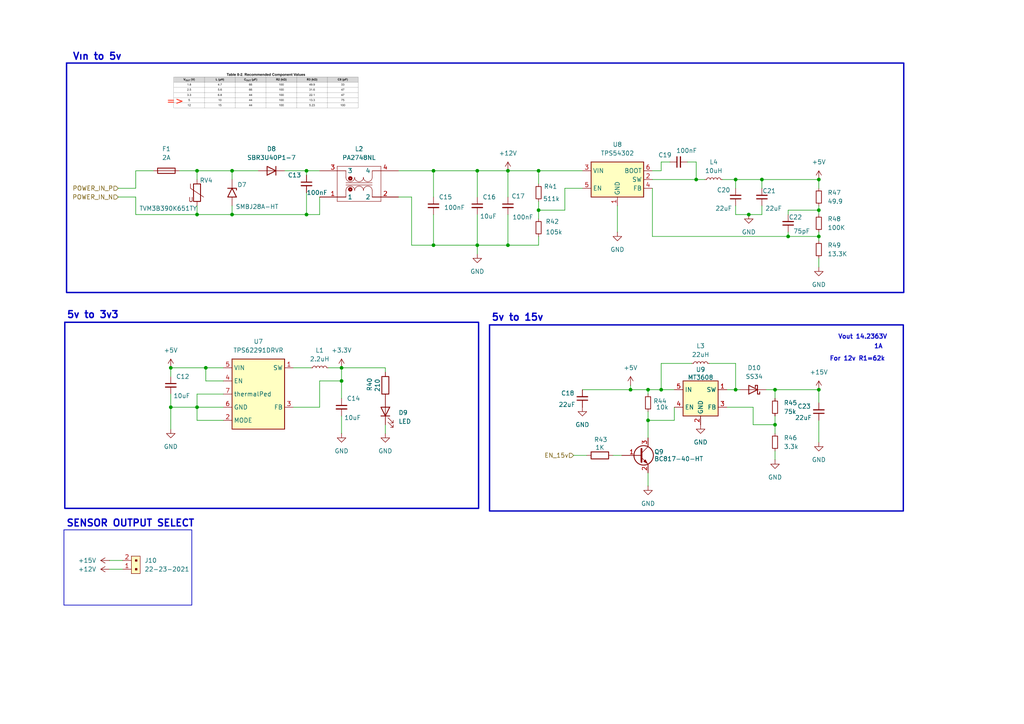
<source format=kicad_sch>
(kicad_sch (version 20250114) (generator "eeschema") (generator_version "9.0")
  (paper "A4")
  (title_block (title "Power 7-28V to 5V and 3.3V") (date "2025-05-20") (company "Mergened") (comment 1 "Designed by Oguzhan ESEN"))
  (lib_symbols
    (symbol "Device:C_Small" (pin_numbers (hide yes)) (pin_names (offset 0.254) (hide yes))
      (property "Reference" "C" (at 0.254 1.778 0))
      (property "Value" "C_Small" (at 0.254 -2.032 0))
      (symbol "C_Small_0_1"
        (polyline (pts (xy -1.524 0.508) (xy 1.524 0.508)) (stroke (width 0.3048)))
        (polyline (pts (xy -1.524 -0.508) (xy 1.524 -0.508)) (stroke (width 0.3302)))
      )
      (symbol "C_Small_1_1"
        (pin passive line (at 0 2.54 270) (length 2.032) (name "~") (number "1"))
        (pin passive line (at 0 -2.54 90) (length 2.032) (name "~") (number "2"))
      )
    )
    (symbol "Device:D" (pin_numbers (hide yes)) (pin_names (offset 1.016) (hide yes))
      (property "Reference" "D" (at 0 2.54 0))
      (property "Value" "D" (at 0 -2.54 0))
      (symbol "D_0_1"
        (polyline (pts (xy -1.27 1.27) (xy -1.27 -1.27)) (stroke (width 0.254)))
        (polyline (pts (xy 1.27 1.27) (xy 1.27 -1.27) (xy -1.27 0) (xy 1.27 1.27)) (stroke (width 0.254)))
        (polyline (pts (xy 1.27 0) (xy -1.27 0)))
      )
      (symbol "D_1_1"
        (pin passive line (at -3.81 0 0) (length 2.54) (name "K") (number "1"))
        (pin passive line (at 3.81 0 180) (length 2.54) (name "A") (number "2"))
      )
    )
    (symbol "Device:Fuse" (pin_numbers (hide yes)) (pin_names (offset 0))
      (property "Reference" "F" (at 2.032 0 90))
      (property "Value" "Fuse" (at -1.905 0 90))
      (symbol "Fuse_0_1"
        (rectangle (start -0.762 -2.54) (end 0.762 2.54) (stroke (width 0.254)))
        (polyline (pts (xy 0 2.54) (xy 0 -2.54)))
      )
      (symbol "Fuse_1_1"
        (pin passive line (at 0 3.81 270) (length 1.27) (name "~") (number "1"))
        (pin passive line (at 0 -3.81 90) (length 1.27) (name "~") (number "2"))
      )
    )
    (symbol "Device:LED" (pin_numbers (hide yes)) (pin_names (offset 1.016) (hide yes))
      (property "Reference" "D" (at 0 2.54 0))
      (property "Value" "LED" (at 0 -2.54 0))
      (symbol "LED_0_1"
        (polyline (pts (xy -3.048 -0.762) (xy -4.572 -2.286) (xy -3.81 -2.286) (xy -4.572 -2.286) (xy -4.572 -1.524)))
        (polyline (pts (xy -1.778 -0.762) (xy -3.302 -2.286) (xy -2.54 -2.286) (xy -3.302 -2.286) (xy -3.302 -1.524)))
        (polyline (pts (xy -1.27 0) (xy 1.27 0)))
        (polyline (pts (xy -1.27 -1.27) (xy -1.27 1.27)) (stroke (width 0.254)))
        (polyline (pts (xy 1.27 -1.27) (xy 1.27 1.27) (xy -1.27 0) (xy 1.27 -1.27)) (stroke (width 0.254)))
      )
      (symbol "LED_1_1"
        (pin passive line (at -3.81 0 0) (length 2.54) (name "K") (number "1"))
        (pin passive line (at 3.81 0 180) (length 2.54) (name "A") (number "2"))
      )
    )
    (symbol "Device:L_Small" (pin_numbers (hide yes)) (pin_names (offset 0.254) (hide yes))
      (property "Reference" "L" (at 0.762 1.016 0))
      (property "Value" "L_Small" (at 0.762 -1.016 0))
      (symbol "L_Small_0_1"
        (arc (start 0 2.032) (mid 0.5058 1.524) (end 0 1.016))
        (arc (start 0 1.016) (mid 0.5058 0.508) (end 0 0))
        (arc (start 0 0) (mid 0.5058 -0.508) (end 0 -1.016))
        (arc (start 0 -1.016) (mid 0.5058 -1.524) (end 0 -2.032))
      )
      (symbol "L_Small_1_1"
        (pin passive line (at 0 2.54 270) (length 0.508) (name "~") (number "1"))
        (pin passive line (at 0 -2.54 90) (length 0.508) (name "~") (number "2"))
      )
    )
    (symbol "Device:R" (pin_numbers (hide yes)) (pin_names (offset 0))
      (property "Reference" "R" (at 2.032 0 90))
      (property "Value" "R" (at 0 0 90))
      (symbol "R_0_1"
        (rectangle (start -1.016 -2.54) (end 1.016 2.54) (stroke (width 0.254)))
      )
      (symbol "R_1_1"
        (pin passive line (at 0 3.81 270) (length 1.27) (name "~") (number "1"))
        (pin passive line (at 0 -3.81 90) (length 1.27) (name "~") (number "2"))
      )
    )
    (symbol "Device:R_Small" (pin_numbers (hide yes)) (pin_names (offset 0.254) (hide yes))
      (property "Reference" "R" (at 0.762 0.508 0))
      (property "Value" "R_Small" (at 0.762 -1.016 0))
      (symbol "R_Small_0_1"
        (rectangle (start -0.762 1.778) (end 0.762 -1.778) (stroke (width 0.2032)))
      )
      (symbol "R_Small_1_1"
        (pin passive line (at 0 2.54 270) (length 0.762) (name "~") (number "1"))
        (pin passive line (at 0 -2.54 90) (length 0.762) (name "~") (number "2"))
      )
    )
    (symbol "Device:Varistor" (pin_numbers (hide yes)) (pin_names (offset 0))
      (property "Reference" "RV" (at 3.175 0 90))
      (property "Value" "Varistor" (at -3.175 0 90))
      (symbol "Varistor_0_0"
        (text "U" (at -1.778 -2.032 0) (effects (font (size 1.27 1.27))))
      )
      (symbol "Varistor_0_1"
        (polyline (pts (xy -1.905 2.54) (xy -1.905 1.27) (xy 1.905 -1.27)))
        (rectangle (start -1.016 -2.54) (end 1.016 2.54) (stroke (width 0.254)))
      )
      (symbol "Varistor_1_1"
        (pin passive line (at 0 3.81 270) (length 1.27) (name "~") (number "1"))
        (pin passive line (at 0 -3.81 90) (length 1.27) (name "~") (number "2"))
      )
    )
    (symbol "Diode:SM6T6V8A" (pin_numbers (hide yes)) (pin_names (offset 1.016) (hide yes))
      (property "Reference" "D" (at 0 2.54 0))
      (property "Value" "SM6T6V8A" (at 0 -2.54 0))
      (symbol "SM6T6V8A_0_1"
        (polyline (pts (xy -0.762 1.27) (xy -1.27 1.27) (xy -1.27 -1.27)) (stroke (width 0.254)))
        (polyline (pts (xy 1.27 1.27) (xy 1.27 -1.27) (xy -1.27 0) (xy 1.27 1.27)) (stroke (width 0.254)))
      )
      (symbol "SM6T6V8A_1_1"
        (pin passive line (at -3.81 0 0) (length 2.54) (name "A1") (number "1"))
        (pin passive line (at 3.81 0 180) (length 2.54) (name "A2") (number "2"))
      )
    )
    (symbol "Diode:SS34" (pin_numbers (hide yes)) (pin_names (offset 1.016) (hide yes))
      (property "Reference" "D10" (at -0.3175 -6.35 0))
      (property "Value" "SS34" (at -0.3175 -3.81 0))
      (symbol "SS34_0_1"
        (polyline (pts (xy -1.905 0.635) (xy -1.905 1.27) (xy -1.27 1.27) (xy -1.27 -1.27) (xy -0.635 -1.27) (xy -0.635 -0.635)) (stroke (width 0.254)))
        (polyline (pts (xy 1.27 1.27) (xy 1.27 -1.27) (xy -1.27 0) (xy 1.27 1.27)) (stroke (width 0.254)))
        (polyline (pts (xy 1.27 0) (xy -1.27 0)))
      )
      (symbol "SS34_1_1"
        (pin passive line (at -3.81 0 0) (length 2.54) (name "K") (number "K"))
        (pin passive line (at 3.81 0 180) (length 2.54) (name "A") (number "A"))
      )
    )
    (symbol "Regulator_Switching:MT3608"
      (property "Reference" "U" (at -2.54 8.89 0))
      (property "Value" "MT3608" (at -3.81 6.35 0))
      (symbol "MT3608_0_1"
        (rectangle (start -5.08 5.08) (end 5.08 -5.08) (stroke (width 0.254)) (fill (type background)))
      )
      (symbol "MT3608_1_1"
        (pin power_in line (at -7.62 2.54 0) (length 2.54) (name "IN") (number "5"))
        (pin input line (at -7.62 -2.54 0) (length 2.54) (name "EN") (number "4"))
        (pin power_in line (at 0 -7.62 90) (length 2.54) (name "GND") (number "2"))
        (pin no_connect line (at 5.08 0 180) (length 2.54) (hide yes) (name "NC") (number "6"))
        (pin passive line (at 7.62 2.54 180) (length 2.54) (name "SW") (number "1"))
        (pin input line (at 7.62 -2.54 180) (length 2.54) (name "FB") (number "3"))
      )
    )
    (symbol "Regulator_Switching:TPS54302"
      (property "Reference" "U" (at -7.62 6.35 0))
      (property "Value" "TPS54302" (at 0 6.35 0))
      (symbol "TPS54302_0_1"
        (rectangle (start -7.62 5.08) (end 7.62 -5.08) (stroke (width 0.254)) (fill (type background)))
      )
      (symbol "TPS54302_1_1"
        (pin power_in line (at -10.16 2.54 0) (length 2.54) (name "VIN") (number "3"))
        (pin input line (at -10.16 -2.54 0) (length 2.54) (name "EN") (number "5"))
        (pin power_in line (at 0 -7.62 90) (length 2.54) (name "GND") (number "1"))
        (pin passive line (at 10.16 2.54 180) (length 2.54) (name "BOOT") (number "6"))
        (pin power_out line (at 10.16 0 180) (length 2.54) (name "SW") (number "2"))
        (pin input line (at 10.16 -2.54 180) (length 2.54) (name "FB") (number "4"))
      )
    )
    (symbol "Transistor_BJT:BC817" (pin_names (offset 0) (hide yes))
      (property "Reference" "Q" (at 5.08 1.905 0))
      (property "Value" "BC817" (at 5.08 0 0))
      (symbol "BC817_0_1"
        (polyline (pts (xy 0.635 1.905) (xy 0.635 -1.905) (xy 0.635 -1.905)) (stroke (width 0.508)))
        (polyline (pts (xy 0.635 0.635) (xy 2.54 2.54)))
        (polyline (pts (xy 0.635 -0.635) (xy 2.54 -2.54) (xy 2.54 -2.54)))
        (circle (center 1.27 0) (radius 2.8194) (stroke (width 0.254)))
        (polyline (pts (xy 1.27 -1.778) (xy 1.778 -1.27) (xy 2.286 -2.286) (xy 1.27 -1.778) (xy 1.27 -1.778)) (fill (type outline)))
      )
      (symbol "BC817_1_1"
        (pin input line (at -5.08 0 0) (length 5.715) (name "B") (number "1"))
        (pin passive line (at 2.54 5.08 270) (length 2.54) (name "C") (number "3"))
        (pin passive line (at 2.54 -5.08 90) (length 2.54) (name "E") (number "2"))
      )
    )
    (symbol "dk_Rectangular-Connectors-Headers-Male-Pins:22-23-2021" (pin_names (offset 1.016))
      (property "Reference" "J" (at -2.54 1.27 0))
      (property "Value" "22-23-2021" (at 1.27 -3.81 0))
      (symbol "22-23-2021_1_1"
        (rectangle (start -1.27 0) (end 3.81 -2.54) (fill (type background)))
        (rectangle (start -0.254 -1.143) (end 0.254 -1.651) (fill (type outline)))
        (rectangle (start 2.286 -1.143) (end 2.794 -1.651) (fill (type outline)))
        (pin passive line (at 0 2.54 270) (length 2.54) (name "~") (number "1"))
        (pin passive line (at 2.54 2.54 270) (length 2.54) (name "~") (number "2"))
      )
    )
    (symbol "mergened_symbols:s"
      (property "Reference" "U4" (at 7.62 25.4 0))
      (property "Value" "TPS62291DRVR" (at 7.62 22.86 0))
      (symbol "s_0_1"
        (rectangle (start 0 20.32) (end 15.24 0) (stroke (width 0.254)) (fill (type background)))
      )
      (symbol "s_1_1"
        (pin input line (at -2.54 17.78 0) (length 2.54) (name "VIN") (number "5"))
        (pin power_in line (at -2.54 13.97 0) (length 2.54) (name "EN") (number "4"))
        (pin output line (at -2.54 10.16 0) (length 2.54) (name "thermalPed") (number "7"))
        (pin output line (at -2.54 6.35 0) (length 2.54) (name "GND") (number "6"))
        (pin input line (at -2.54 2.54 0) (length 2.54) (name "MODE") (number "2"))
        (pin power_in line (at 17.78 17.78 180) (length 2.54) (name "SW") (number "1"))
        (pin input line (at 17.78 6.35 180) (length 2.54) (name "FB") (number "3"))
      )
    )
    (symbol "pa2748nl:PA2748NL"
      (property "Reference" "L2" (at 13.97 1.27 90))
      (property "Value" "~" (at 11.43 1.27 90))
      (symbol "PA2748NL_0_1"
        (polyline (pts (xy 0 7.62) (xy 0 -5.08)) (stroke (width 0.127)))
        (polyline (pts (xy 0 -5.08) (xy 10.16 -5.08)) (stroke (width 0.127)))
        (polyline (pts (xy 1.27 5.08) (xy 3.175 5.08)) (stroke (width 0.127)))
        (polyline (pts (xy 1.27 -2.54) (xy 3.175 -2.54)) (stroke (width 0.127)))
        (arc (start 3.175 5.08) (mid 4.44 3.81) (end 3.175 2.54) (stroke (width 0.127)))
        (arc (start 3.175 2.54) (mid 4.44 1.27) (end 3.175 0) (stroke (width 0.127)))
        (arc (start 3.175 0) (mid 4.44 -1.27) (end 3.175 -2.54) (stroke (width 0.127)))
        (circle (center 3.4925 3.81) (radius 0.127) (stroke (width 0.508)))
        (polyline (pts (xy 4.7625 5.08) (xy 4.7625 -2.54)) (stroke (width 0.127)))
        (polyline (pts (xy 5.3975 -2.54) (xy 5.3975 5.08)) (stroke (width 0.127)))
        (circle (center 6.6675 3.81) (radius 0.127) (stroke (width 0.508)))
        (arc (start 6.985 2.54) (mid 5.72 3.81) (end 6.985 5.08) (stroke (width 0.127)))
        (arc (start 6.985 0) (mid 5.72 1.27) (end 6.985 2.54) (stroke (width 0.127)))
        (arc (start 6.985 -2.54) (mid 5.72 -1.27) (end 6.985 0) (stroke (width 0.127)))
        (polyline (pts (xy 8.89 5.08) (xy 6.985 5.08)) (stroke (width 0.127)))
        (polyline (pts (xy 8.89 -2.54) (xy 6.985 -2.54)) (stroke (width 0.127)))
        (polyline (pts (xy 10.16 7.62) (xy 0 7.62)) (stroke (width 0.127)))
        (polyline (pts (xy 10.16 -5.08) (xy 10.16 7.62)) (stroke (width 0.127)))
        (pin unspecified line (at 1.27 12.7 270) (length 7.62) (name "1") (number "1"))
        (pin unspecified line (at 1.27 -10.16 90) (length 7.62) (name "2") (number "2"))
        (pin unspecified line (at 8.89 12.7 270) (length 7.62) (name "3") (number "3"))
        (pin unspecified line (at 8.89 -10.16 90) (length 7.62) (name "4") (number "4"))
      )
    )
    (symbol "power:+12V" (power) (pin_numbers (hide yes)) (pin_names (offset 0) (hide yes))
      (property "Value" "+12V" (at 0 3.556 0))
      (symbol "+12V_0_1"
        (polyline (pts (xy -0.762 1.27) (xy 0 2.54)))
        (polyline (pts (xy 0 2.54) (xy 0.762 1.27)))
        (polyline (pts (xy 0 0) (xy 0 2.54)))
      )
      (symbol "+12V_1_1"
        (pin power_in line (at 0 0 90) (length 0) (name "~") (number "1"))
      )
    )
    (symbol "power:+15V" (power) (pin_numbers (hide yes)) (pin_names (offset 0) (hide yes))
      (property "Value" "+15V" (at 0 3.556 0))
      (symbol "+15V_0_1"
        (polyline (pts (xy -0.762 1.27) (xy 0 2.54)))
        (polyline (pts (xy 0 2.54) (xy 0.762 1.27)))
        (polyline (pts (xy 0 0) (xy 0 2.54)))
      )
      (symbol "+15V_1_1"
        (pin power_in line (at 0 0 90) (length 0) (name "~") (number "1"))
      )
    )
    (symbol "power:+3.3V" (power) (pin_numbers (hide yes)) (pin_names (offset 0) (hide yes))
      (property "Value" "+3.3V" (at 0 3.556 0))
      (symbol "+3.3V_0_1"
        (polyline (pts (xy -0.762 1.27) (xy 0 2.54)))
        (polyline (pts (xy 0 2.54) (xy 0.762 1.27)))
        (polyline (pts (xy 0 0) (xy 0 2.54)))
      )
      (symbol "+3.3V_1_1"
        (pin power_in line (at 0 0 90) (length 0) (name "~") (number "1"))
      )
    )
    (symbol "power:+5V" (power) (pin_numbers (hide yes)) (pin_names (offset 0) (hide yes))
      (property "Value" "+5V" (at 0 3.556 0))
      (symbol "+5V_0_1"
        (polyline (pts (xy -0.762 1.27) (xy 0 2.54)))
        (polyline (pts (xy 0 2.54) (xy 0.762 1.27)))
        (polyline (pts (xy 0 0) (xy 0 2.54)))
      )
      (symbol "+5V_1_1"
        (pin power_in line (at 0 0 90) (length 0) (name "~") (number "1"))
      )
    )
    (symbol "power:GND" (power) (pin_numbers (hide yes)) (pin_names (offset 0) (hide yes))
      (property "Value" "GND" (at 0 -3.81 0))
      (symbol "GND_0_1"
        (polyline (pts (xy 0 0) (xy 0 -1.27) (xy 1.27 -1.27) (xy 0 -2.54) (xy -1.27 -1.27) (xy 0 -1.27)))
      )
      (symbol "GND_1_1"
        (pin power_in line (at 0 0 270) (length 0) (name "~") (number "1"))
      )
    )
  )
  (rectangle (start 18.542 153.67) (end 55.626 175.514) (stroke (width 0.2)))
  (rectangle (start 18.796 93.472) (end 138.811 147.447) (stroke (width 0.4)))
  (rectangle (start 19.304 18.288) (end 262.128 84.836) (stroke (width 0.4)))
  (rectangle (start 141.986 94.234) (end 262.001 148.209) (stroke (width 0.4)))
  (text "Vın to 5v" (at 28.194 16.51 0) (effects (font (size 2 2) (thickness 0.4) (bold yes))))
  (text "For 12v R1=62k" (at 248.666 104.14 0) (effects (font (size 1.27 1.27) (thickness 0.254) (bold yes))))
  (text "=>" (at 50.8 29.464 0) (effects (font (size 2 2) (thickness 0.25))))
  (text "5v to 3v3" (at 26.924 91.44 0) (effects (font (size 2 2) (thickness 0.4) (bold yes))))
  (text "5v to 15v" (at 150.114 92.202 0) (effects (font (size 2 2) (thickness 0.4) (bold yes))))
  (text "Vout 14.2363V " (at 250.698 97.79 0) (effects (font (size 1.27 1.27) (thickness 0.254) (bold yes))))
  (text "SENSOR OUTPUT SELECT\n" (at 37.846 151.892 0) (effects (font (size 2 2) (thickness 0.4) (bold yes))))
  (text "1A" (at 254.762 100.584 0) (effects (font (size 1.27 1.27) (thickness 0.254) (bold yes))))
  (junction (at 147.32 71.12))
  (junction (at 237.49 52.07))
  (junction (at 187.96 121.92))
  (junction (at 49.53 118.11))
  (junction (at 57.15 118.11))
  (junction (at 191.77 113.03))
  (junction (at 88.9 49.53))
  (junction (at 156.21 49.53))
  (junction (at 213.36 113.03))
  (junction (at 156.21 60.96))
  (junction (at 125.73 71.12))
  (junction (at 237.49 60.96))
  (junction (at 99.06 110.49))
  (junction (at 224.79 113.03))
  (junction (at 201.93 52.07))
  (junction (at 99.06 106.68))
  (junction (at 57.15 62.23))
  (junction (at 147.32 49.53))
  (junction (at 138.43 71.12))
  (junction (at 88.9 62.23))
  (junction (at 67.31 49.53))
  (junction (at 138.43 49.53))
  (junction (at 67.31 62.23))
  (junction (at 59.69 106.68))
  (junction (at 228.6 68.58))
  (junction (at 49.53 106.68))
  (junction (at 237.49 113.03))
  (junction (at 57.15 49.53))
  (junction (at 125.73 49.53))
  (junction (at 217.17 62.23))
  (junction (at 237.49 68.58))
  (junction (at 224.79 123.19))
  (junction (at 182.88 113.03))
  (junction (at 220.98 52.07))
  (junction (at 213.36 52.07))
  (junction (at 187.96 113.03))
  (wire (pts (xy 189.23 52.07) (xy 201.93 52.07)))
  (wire (pts (xy 39.37 49.53) (xy 39.37 54.61)))
  (wire (pts (xy 147.32 49.53) (xy 147.32 57.15)))
  (wire (pts (xy 88.9 55.88) (xy 88.9 62.23)))
  (wire (pts (xy 187.96 127) (xy 187.96 121.92)))
  (wire (pts (xy 191.77 105.41) (xy 191.77 113.03)))
  (wire (pts (xy 187.96 121.92) (xy 187.96 119.38)))
  (wire (pts (xy 85.09 118.11) (xy 92.71 118.11)))
  (wire (pts (xy 187.96 137.16) (xy 187.96 140.97)))
  (wire (pts (xy 59.69 106.68) (xy 64.77 106.68)))
  (wire (pts (xy 92.71 118.11) (xy 92.71 110.49)))
  (wire (pts (xy 115.57 49.53) (xy 125.73 49.53)))
  (wire (pts (xy 191.77 46.99) (xy 194.31 46.99)))
  (wire (pts (xy 49.53 106.68) (xy 59.69 106.68)))
  (wire (pts (xy 213.36 62.23) (xy 217.17 62.23)))
  (wire (pts (xy 57.15 59.69) (xy 57.15 62.23)))
  (wire (pts (xy 237.49 60.96) (xy 228.6 60.96)))
  (wire (pts (xy 138.43 71.12) (xy 138.43 73.66)))
  (wire (pts (xy 67.31 49.53) (xy 74.93 49.53)))
  (wire (pts (xy 57.15 62.23) (xy 67.31 62.23)))
  (wire (pts (xy 209.55 52.07) (xy 213.36 52.07)))
  (wire (pts (xy 237.49 52.07) (xy 237.49 54.61)))
  (wire (pts (xy 218.44 123.19) (xy 224.79 123.19)))
  (wire (pts (xy 92.71 62.23) (xy 88.9 62.23)))
  (wire (pts (xy 111.76 107.95) (xy 111.76 106.68)))
  (wire (pts (xy 213.36 113.03) (xy 214.63 113.03)))
  (wire (pts (xy 99.06 106.68) (xy 95.25 106.68)))
  (wire (pts (xy 187.96 113.03) (xy 182.88 113.03)))
  (wire (pts (xy 228.6 68.58) (xy 237.49 68.58)))
  (wire (pts (xy 228.6 68.58) (xy 189.23 68.58)))
  (wire (pts (xy 67.31 49.53) (xy 67.31 52.07)))
  (wire (pts (xy 125.73 49.53) (xy 125.73 57.15)))
  (wire (pts (xy 189.23 68.58) (xy 189.23 54.61)))
  (wire (pts (xy 228.6 60.96) (xy 228.6 62.23)))
  (wire (pts (xy 57.15 114.3) (xy 57.15 118.11)))
  (wire (pts (xy 237.49 60.96) (xy 237.49 62.23)))
  (wire (pts (xy 85.09 106.68) (xy 90.17 106.68)))
  (wire (pts (xy 57.15 121.92) (xy 57.15 118.11)))
  (wire (pts (xy 156.21 68.58) (xy 156.21 71.12)))
  (wire (pts (xy 177.8 132.08) (xy 180.34 132.08)))
  (wire (pts (xy 147.32 71.12) (xy 156.21 71.12)))
  (wire (pts (xy 187.96 113.03) (xy 191.77 113.03)))
  (wire (pts (xy 195.58 113.03) (xy 191.77 113.03)))
  (wire (pts (xy 125.73 71.12) (xy 138.43 71.12)))
  (wire (pts (xy 92.71 110.49) (xy 99.06 110.49)))
  (wire (pts (xy 34.29 57.15) (xy 39.37 57.15)))
  (wire (pts (xy 201.93 52.07) (xy 204.47 52.07)))
  (wire (pts (xy 224.79 123.19) (xy 224.79 125.73)))
  (wire (pts (xy 88.9 49.53) (xy 92.71 49.53)))
  (wire (pts (xy 213.36 105.41) (xy 213.36 113.03)))
  (wire (pts (xy 147.32 62.23) (xy 147.32 71.12)))
  (wire (pts (xy 115.57 57.15) (xy 119.38 57.15)))
  (wire (pts (xy 156.21 60.96) (xy 156.21 63.5)))
  (wire (pts (xy 237.49 59.69) (xy 237.49 60.96)))
  (wire (pts (xy 166.37 132.08) (xy 170.18 132.08)))
  (wire (pts (xy 138.43 49.53) (xy 138.43 57.15)))
  (wire (pts (xy 163.83 60.96) (xy 163.83 54.61)))
  (wire (pts (xy 237.49 74.93) (xy 237.49 77.47)))
  (wire (pts (xy 237.49 116.84) (xy 237.49 113.03)))
  (wire (pts (xy 64.77 121.92) (xy 57.15 121.92)))
  (wire (pts (xy 44.45 49.53) (xy 39.37 49.53)))
  (wire (pts (xy 99.06 110.49) (xy 99.06 106.68)))
  (wire (pts (xy 119.38 57.15) (xy 119.38 71.12)))
  (wire (pts (xy 218.44 118.11) (xy 218.44 123.19)))
  (wire (pts (xy 213.36 52.07) (xy 220.98 52.07)))
  (wire (pts (xy 99.06 106.68) (xy 111.76 106.68)))
  (wire (pts (xy 163.83 54.61) (xy 168.91 54.61)))
  (wire (pts (xy 213.36 59.69) (xy 213.36 62.23)))
  (wire (pts (xy 49.53 114.3) (xy 49.53 118.11)))
  (wire (pts (xy 237.49 67.31) (xy 237.49 68.58)))
  (wire (pts (xy 88.9 62.23) (xy 67.31 62.23)))
  (wire (pts (xy 52.07 49.53) (xy 57.15 49.53)))
  (wire (pts (xy 179.07 59.69) (xy 179.07 67.31)))
  (wire (pts (xy 156.21 60.96) (xy 163.83 60.96)))
  (wire (pts (xy 168.91 113.03) (xy 182.88 113.03)))
  (wire (pts (xy 224.79 115.57) (xy 224.79 113.03)))
  (wire (pts (xy 228.6 67.31) (xy 228.6 68.58)))
  (wire (pts (xy 191.77 49.53) (xy 191.77 46.99)))
  (wire (pts (xy 82.55 49.53) (xy 88.9 49.53)))
  (wire (pts (xy 125.73 71.12) (xy 125.73 62.23)))
  (wire (pts (xy 195.58 121.92) (xy 195.58 118.11)))
  (wire (pts (xy 187.96 121.92) (xy 195.58 121.92)))
  (wire (pts (xy 64.77 114.3) (xy 57.15 114.3)))
  (wire (pts (xy 57.15 118.11) (xy 49.53 118.11)))
  (wire (pts (xy 199.39 46.99) (xy 201.93 46.99)))
  (wire (pts (xy 213.36 52.07) (xy 213.36 54.61)))
  (wire (pts (xy 138.43 62.23) (xy 138.43 71.12)))
  (wire (pts (xy 220.98 54.61) (xy 220.98 52.07)))
  (wire (pts (xy 156.21 49.53) (xy 168.91 49.53)))
  (wire (pts (xy 138.43 49.53) (xy 147.32 49.53)))
  (wire (pts (xy 125.73 49.53) (xy 138.43 49.53)))
  (wire (pts (xy 34.29 54.61) (xy 39.37 54.61)))
  (wire (pts (xy 39.37 62.23) (xy 57.15 62.23)))
  (wire (pts (xy 64.77 110.49) (xy 59.69 110.49)))
  (wire (pts (xy 224.79 130.81) (xy 224.79 133.35)))
  (wire (pts (xy 57.15 49.53) (xy 67.31 49.53)))
  (wire (pts (xy 49.53 118.11) (xy 49.53 124.46)))
  (wire (pts (xy 138.43 71.12) (xy 147.32 71.12)))
  (wire (pts (xy 49.53 109.22) (xy 49.53 106.68)))
  (wire (pts (xy 31.75 165.1) (xy 35.56 165.1)))
  (wire (pts (xy 39.37 57.15) (xy 39.37 62.23)))
  (wire (pts (xy 220.98 59.69) (xy 220.98 62.23)))
  (wire (pts (xy 201.93 46.99) (xy 201.93 52.07)))
  (wire (pts (xy 210.82 118.11) (xy 218.44 118.11)))
  (wire (pts (xy 224.79 120.65) (xy 224.79 123.19)))
  (wire (pts (xy 147.32 49.53) (xy 156.21 49.53)))
  (wire (pts (xy 189.23 49.53) (xy 191.77 49.53)))
  (wire (pts (xy 31.75 162.56) (xy 35.56 162.56)))
  (wire (pts (xy 57.15 52.07) (xy 57.15 49.53)))
  (wire (pts (xy 156.21 53.34) (xy 156.21 49.53)))
  (wire (pts (xy 88.9 49.53) (xy 88.9 50.8)))
  (wire (pts (xy 200.66 105.41) (xy 191.77 105.41)))
  (wire (pts (xy 182.88 113.03) (xy 182.88 111.76)))
  (wire (pts (xy 237.49 121.92) (xy 237.49 128.27)))
  (wire (pts (xy 99.06 110.49) (xy 99.06 115.57)))
  (wire (pts (xy 222.25 113.03) (xy 224.79 113.03)))
  (wire (pts (xy 67.31 59.69) (xy 67.31 62.23)))
  (wire (pts (xy 220.98 52.07) (xy 237.49 52.07)))
  (wire (pts (xy 64.77 118.11) (xy 57.15 118.11)))
  (wire (pts (xy 111.76 123.19) (xy 111.76 125.73)))
  (wire (pts (xy 119.38 71.12) (xy 125.73 71.12)))
  (wire (pts (xy 237.49 68.58) (xy 237.49 69.85)))
  (wire (pts (xy 156.21 58.42) (xy 156.21 60.96)))
  (wire (pts (xy 59.69 110.49) (xy 59.69 106.68)))
  (wire (pts (xy 213.36 113.03) (xy 210.82 113.03)))
  (wire (pts (xy 99.06 120.65) (xy 99.06 125.73)))
  (wire (pts (xy 187.96 114.3) (xy 187.96 113.03)))
  (wire (pts (xy 217.17 62.23) (xy 220.98 62.23)))
  (wire (pts (xy 205.74 105.41) (xy 213.36 105.41)))
  (wire (pts (xy 92.71 62.23) (xy 92.71 57.15)))
  (wire (pts (xy 224.79 113.03) (xy 237.49 113.03)))
  (image (at 77.724 27.94) (scale 0.301398))
  (hierarchical_label "POWER_IN_N" (shape input) (at 34.29 57.15 180))
  (hierarchical_label "POWER_IN_P" (shape input) (at 34.29 54.61 180))
  (hierarchical_label "EN_15v" (shape input) (at 166.37 132.08 180))
  (symbol (lib_id "power:+5V") (at 49.53 106.68 0) (unit 1)
    (property "Reference" "#PWR066" (effects (hide yes)))
    (property "Value" "+5V" (at 49.53 101.6 0))
    (property "Description" "Power symbol creates a global label with name \"+5V\"" (effects (hide yes)))
  )
  (symbol (lib_id "Device:R_Small") (at 237.49 64.77 0) (unit 1)
    (property "Reference" "R48" (at 240.03 63.4999 0) (effects (justify left)))
    (property "Value" "100K" (at 240.03 66.0399 0) (effects (justify left)))
    (property "Footprint" "Resistor_SMD:R_0603_1608Metric_Pad0.98x0.95mm_HandSolder" (effects (hide yes)))
    (property "Description" "Resistor, small symbol" (effects (hide yes)))
    (property "OZDISAN" "RC0603JR-07100KL" (effects (hide yes)))
  )
  (symbol (lib_id "power:GND") (at 224.79 133.35 0) (unit 1)
    (property "Reference" "#PWR079" (effects (hide yes)))
    (property "Value" "GND" (at 224.79 138.43 0))
    (property "Description" "Power symbol creates a global label with name \"GND\" , ground" (effects (hide yes)))
  )
  (symbol (lib_id "power:+5V") (at 182.88 111.76 0) (unit 1)
    (property "Reference" "#PWR075" (effects (hide yes)))
    (property "Value" "+5V" (at 182.88 106.68 0))
    (property "Description" "Power symbol creates a global label with name \"+5V\"" (effects (hide yes)))
  )
  (symbol (lib_id "Device:D") (at 78.74 49.53 180) (unit 1)
    (property "Reference" "D8" (at 78.74 43.18 0))
    (property "Value" "SBR3U40P1-7" (at 78.74 45.72 0))
    (property "Footprint" "Diode_SMD:D_PowerDI-123" (effects (hide yes)))
    (property "Datasheet" "https://cdn.ozdisan.com/ETicaret_Dosya/1050102_171441278..pdf" (effects (hide yes)))
    (property "Description" "DIODE SBR 40V 3A POWERDI123" (effects (hide yes)))
    (property "Sim.Device" "D" (effects (hide yes)))
    (property "Sim.Pins" "1=K 2=A" (effects (hide yes)))
    (property "OZDISAN" "SBR3U40P1-7" (effects (hide yes)))
  )
  (symbol (lib_id "Device:C_Small") (at 220.98 57.15 180) (unit 1)
    (property "Reference" "C21" (at 225.044 55.372 0) (effects (justify left)))
    (property "Value" "22uF" (at 226.822 60.452 0) (effects (justify left)))
    (property "Footprint" "Capacitor_SMD:C_0603_1608Metric_Pad1.08x0.95mm_HandSolder" (effects (hide yes)))
    (property "Description" "Unpolarized capacitor, small symbol" (effects (hide yes)))
    (property "OZDISAN" "GRM188C61E226ME01J  " (effects (hide yes)))
  )
  (symbol (lib_id "power:GND") (at 111.76 125.73 0) (unit 1)
    (property "Reference" "#PWR070" (effects (hide yes)))
    (property "Value" "GND" (at 111.76 130.81 0))
    (property "Description" "Power symbol creates a global label with name \"GND\" , ground" (effects (hide yes)))
  )
  (symbol (lib_id "Regulator_Switching:MT3608") (at 203.2 115.57 0) (unit 1)
    (property "Reference" "U9" (at 203.2 107.188 0))
    (property "Value" "MT3608" (at 203.2 109.474 0))
    (property "Footprint" "Package_TO_SOT_SMD:SOT-23-6" (effects (hide yes)))
    (property "Datasheet" "https://www.olimex.com/Products/Breadboarding/BB-PWR-3608/resources/MT3608.pdf" (effects (hide yes)))
    (property "Description" "High Efficiency 1.2MHz 2A Step Up Converter, 2-24V Vin, 28V Vout, 4A current limit, 1.2MHz, SOT23-6" (effects (hide yes)))
    (property "OZDISAN" "https://www.direnc.net/mt3608-2a-max-dc-dc-step-up-power-module-arduino?language=tr&h=60f3a44c&srsltid=AfmBOooi7svYC5I64lz6idK_Gryp_10VGOnjEjP1H65Ic6x2ogygzC04OkQ" (effects (hide yes)))
  )
  (symbol (lib_id "Device:C_Small") (at 228.6 64.77 180) (unit 1)
    (property "Reference" "C22" (at 232.664 62.992 0) (effects (justify left)))
    (property "Value" "75pF" (at 234.95 67.056 0) (effects (justify left)))
    (property "Footprint" "Capacitor_SMD:C_0603_1608Metric_Pad1.08x0.95mm_HandSolder" (effects (hide yes)))
    (property "Description" "Unpolarized capacitor, small symbol" (effects (hide yes)))
    (property "OZDISAN" "CL10C680JB8NNNC" (effects (hide yes)))
  )
  (symbol (lib_id "power:+12V") (at 31.75 165.1 90) (unit 1)
    (property "Reference" "#PWR065" (effects (hide yes)))
    (property "Value" "+12V" (at 27.94 165.0999 90) (effects (justify left)))
    (property "Description" "Power symbol creates a global label with name \"+12V\"" (effects (hide yes)))
  )
  (symbol (lib_id "power:GND") (at 217.17 62.23 0) (unit 1)
    (property "Reference" "#PWR078" (effects (hide yes)))
    (property "Value" "GND" (at 217.17 67.31 0))
    (property "Description" "Power symbol creates a global label with name \"GND\" , ground" (effects (hide yes)))
  )
  (symbol (lib_id "Device:R_Small") (at 187.96 116.84 0) (unit 1)
    (property "Reference" "R44" (at 189.484 116.332 0) (effects (justify left)))
    (property "Value" "10k" (at 190.246 118.11 0) (effects (justify left)))
    (property "Footprint" "Resistor_SMD:R_0603_1608Metric_Pad0.98x0.95mm_HandSolder" (effects (hide yes)))
    (property "Description" "RES.(1608) 0603 10K Ohms 5% 1/10W-S 100PPM" (effects (hide yes)))
    (property "OZDISAN" "0603SAJ0103TDE" (effects (hide yes)))
  )
  (symbol (lib_id "power:+15V") (at 237.49 113.03 0) (unit 1)
    (property "Reference" "#PWR082" (effects (hide yes)))
    (property "Value" "+15V" (at 237.49 107.95 0))
    (property "Description" "Power symbol creates a global label with name \"+15V\"" (effects (hide yes)))
  )
  (symbol (lib_id "Device:R_Small") (at 237.49 57.15 0) (unit 1)
    (property "Reference" "R47" (at 240.03 55.8799 0) (effects (justify left)))
    (property "Value" "49.9" (at 240.03 58.4199 0) (effects (justify left)))
    (property "Footprint" "Resistor_SMD:R_0603_1608Metric_Pad0.98x0.95mm_HandSolder" (effects (hide yes)))
    (property "Description" "Resistor, small symbol" (effects (hide yes)))
    (property "OZDISAN" "0603SAF499JT5E" (effects (hide yes)))
  )
  (symbol (lib_id "Device:R_Small") (at 224.79 118.11 0) (unit 1)
    (property "Reference" "R45" (at 227.33 116.8399 0) (effects (justify left)))
    (property "Value" "75k" (at 227.33 119.3799 0) (effects (justify left)))
    (property "Footprint" "Resistor_SMD:R_0603_1608Metric_Pad0.98x0.95mm_HandSolder" (effects (hide yes)))
    (property "Description" "RES.(1608) 0603 75K Ohms 1% 1/10W-S 100PPM" (effects (hide yes)))
    (property "OZDISAN" "0603SAF7502T5E" (effects (hide yes)))
  )
  (symbol (lib_id "Device:L_Small") (at 203.2 105.41 90) (unit 1)
    (property "Reference" "L3" (at 203.2 100.33 90))
    (property "Value" "22uH" (at 203.2 102.87 90))
    (property "Footprint" "Inductor_SMD:L_12x12mm_H6mm" (effects (hide yes)))
    (property "Description" "Inductor, small symbol" (effects (hide yes)))
    (property "OZDISAN" "SRI1204-220M  " (effects (hide yes)))
  )
  (symbol (lib_id "power:+5V") (at 237.49 52.07 0) (unit 1)
    (property "Reference" "#PWR080" (effects (hide yes)))
    (property "Value" "+5V" (at 237.49 46.99 0))
    (property "Description" "Power symbol creates a global label with name \"+5V\"" (effects (hide yes)))
  )
  (symbol (lib_id "Diode:SM6T6V8A") (at 67.31 55.88 270) (unit 1)
    (property "Reference" "D7" (at 68.834 53.594 90) (effects (justify left)))
    (property "Value" "SMBJ28A-HT" (at 68.326 59.944 90) (effects (justify left)))
    (property "Footprint" "Diode_SMD:D_SMB_Handsoldering" (effects (hide yes)))
    (property "Datasheet" "https://cdn.ozdisan.com/ETicaret_Dosya/466384_3420054.pdf" (effects (hide yes)))
    (property "Description" "DIODE TVS 600W 28V DO214AA SMB" (effects (hide yes)))
    (property "OZDISAN" "SMBJ28A-HT" (effects (hide yes)))
  )
  (symbol (lib_id "Device:C_Small") (at 196.85 46.99 90) (unit 1)
    (property "Reference" "C19" (at 194.818 44.958 90) (effects (justify left)))
    (property "Value" "100nF" (at 202.184 43.688 90) (effects (justify left)))
    (property "Footprint" "Capacitor_SMD:C_0603_1608Metric_Pad1.08x0.95mm_HandSolder" (effects (hide yes)))
    (property "Description" "Unpolarized capacitor, small symbol" (effects (hide yes)))
    (property "OZDISAN" "CC0603KRX7R9BB104" (effects (hide yes)))
  )
  (symbol (lib_id "power:GND") (at 138.43 73.66 0) (unit 1)
    (property "Reference" "#PWR071" (effects (hide yes)))
    (property "Value" "GND" (at 138.43 78.74 0))
    (property "Description" "Power symbol creates a global label with name \"GND\" , ground" (effects (hide yes)))
  )
  (symbol (lib_id "Diode:SS34") (at 218.44 113.03 180) (unit 1)
    (property "Reference" "D10" (at 218.7575 106.68 0))
    (property "Value" "SS34" (at 218.7575 109.22 0))
    (property "Footprint" "digikey-footprints:DO-214AB" (effects (hide yes)))
    (property "Datasheet" "https://www.vishay.com/docs/88751/ss32.pdf" (effects (hide yes)))
    (property "Description" "DIODE SCHOTTKY 3A 40V DO214AB (SMC) SMT" (effects (hide yes)))
    (property "OZDISAN" "SS34-DO214AB-HT" (effects (hide yes)))
  )
  (symbol (lib_id "Device:C_Small") (at 138.43 59.69 0) (unit 1)
    (property "Reference" "C16" (at 139.954 57.15 0) (effects (justify left)))
    (property "Value" "10uF" (at 139.192 62.738 0) (effects (justify left)))
    (property "Footprint" "LED_SMD:LED_0805_2012Metric_Pad1.15x1.40mm_HandSolder" (effects (hide yes)))
    (property "Description" "MLCC (2012) 0805 10uF 35VDC ±10% X6S" (effects (hide yes)))
    (property "OZDISAN" "GRM21BC8YA106KE11L" (effects (hide yes)))
  )
  (symbol (lib_id "power:+15V") (at 31.75 162.56 90) (unit 1)
    (property "Reference" "#PWR064" (effects (hide yes)))
    (property "Value" "+15V" (at 27.94 162.5599 90) (effects (justify left)))
    (property "Description" "Power symbol creates a global label with name \"+15V\"" (effects (hide yes)))
  )
  (symbol (lib_id "Regulator_Switching:TPS54302") (at 179.07 52.07 0) (unit 1)
    (property "Reference" "U8" (at 179.07 41.91 0))
    (property "Value" "TPS54302" (at 179.07 44.45 0))
    (property "Footprint" "Package_TO_SOT_SMD:SOT-23-6" (effects (hide yes)))
    (property "Datasheet" "http://www.ti.com/lit/ds/symlink/tps54302.pdf" (effects (hide yes)))
    (property "Description" "3A, 4.5 to 28V Input, EMI Friendly integrated switch synchronous step-down regulator, pulse-skipping, SOT-23-6" (effects (hide yes)))
    (property "OZDISAN" "TPS54302DDCR" (effects (hide yes)))
  )
  (symbol (lib_id "power:GND") (at 237.49 77.47 0) (unit 1)
    (property "Reference" "#PWR081" (effects (hide yes)))
    (property "Value" "GND" (at 237.49 82.55 0))
    (property "Description" "Power symbol creates a global label with name \"GND\" , ground" (effects (hide yes)))
  )
  (symbol (lib_id "Device:R_Small") (at 156.21 66.04 0) (unit 1)
    (property "Reference" "R42" (at 158.242 64.262 0) (effects (justify left)))
    (property "Value" "105k" (at 158.242 67.31 0) (effects (justify left)))
    (property "Footprint" "Resistor_SMD:R_0603_1608Metric_Pad0.98x0.95mm_HandSolder" (effects (hide yes)))
    (property "Description" "Resistor, small symbol" (effects (hide yes)))
    (property "OZDISAN" "0603SAF1053T5E" (effects (hide yes)))
  )
  (symbol (lib_id "power:GND") (at 49.53 124.46 0) (unit 1)
    (property "Reference" "#PWR067" (effects (hide yes)))
    (property "Value" "GND" (at 49.53 129.54 0))
    (property "Description" "Power symbol creates a global label with name \"GND\" , ground" (effects (hide yes)))
  )
  (symbol (lib_id "power:GND") (at 99.06 125.73 0) (unit 1)
    (property "Reference" "#PWR069" (effects (hide yes)))
    (property "Value" "GND" (at 99.06 130.81 0))
    (property "Description" "Power symbol creates a global label with name \"GND\" , ground" (effects (hide yes)))
  )
  (symbol (lib_id "Device:L_Small") (at 207.01 52.07 90) (unit 1)
    (property "Reference" "L4" (at 207.01 46.99 90))
    (property "Value" "10uH" (at 207.01 49.53 90))
    (property "Footprint" "footprints:INDC6060X300" (effects (hide yes)))
    (property "Description" "Inductor, small symbol" (effects (hide yes)))
    (property "OZDISAN" " SRI0704-100M" (effects (hide yes)))
  )
  (symbol (lib_id "power:GND") (at 187.96 140.97 0) (unit 1)
    (property "Reference" "#PWR076" (effects (hide yes)))
    (property "Value" "GND" (at 187.96 146.05 0))
    (property "Description" "Power symbol creates a global label with name \"GND\" , ground" (effects (hide yes)))
  )
  (symbol (lib_id "Device:Fuse") (at 48.26 49.53 270) (mirror x) (unit 1)
    (property "Reference" "F1" (at 48.26 43.18 90))
    (property "Value" "2A" (at 48.26 45.72 90))
    (property "Footprint" "Fuse:Fuse_0603_1608Metric_Pad1.05x0.95mm_HandSolder" (effects (hide yes)))
    (property "Description" "FUSE BOARD MOUNT 0603 2A 63VDC" (effects (hide yes)))
    (property "OZDISAN" " 3412.0119.22" (effects (hide yes)))
  )
  (symbol (lib_id "Device:LED") (at 111.76 119.38 90) (unit 1)
    (property "Reference" "D9" (at 115.57 119.6974 90) (effects (justify right)))
    (property "Value" "LED" (at 115.57 122.2374 90) (effects (justify right)))
    (property "Footprint" "LED_SMD:LED_0603_1608Metric_Pad1.05x0.95mm_HandSolder" (effects (hide yes)))
    (property "Description" "Light emitting diode" (effects (hide yes)))
    (property "OZDISAN" "HSMQ-C191" (effects (hide yes)))
  )
  (symbol (lib_id "pa2748nl:PA2748NL") (at 105.41 58.42 90) (unit 1)
    (property "Reference" "L2" (at 104.14 43.18 90))
    (property "Value" "PA2748NL" (at 104.14 45.72 90))
    (property "Footprint" "footprints:pa2748" (effects (hide yes)))
    (property "Description" "CHOKE COMMON MODE 1125UH 1.8A SMD" (effects (hide yes)))
    (property "OZDISAN" "PA2748NL" (effects (hide yes)))
  )
  (symbol (lib_id "mergened_symbols:s") (at 67.31 124.46 0) (unit 1)
    (property "Reference" "U7" (at 74.93 99.06 0))
    (property "Value" "TPS62291DRVR" (at 74.93 101.6 0))
    (property "Footprint" "footprints:WSON6 (2x2)" (effects (hide yes)))
    (property "Description" "IC-62291 REG BUCK 3.3V 1A 6SON" (effects (hide yes)))
    (property "OZDISAN" "TPS62291DRVR" (effects (hide yes)))
  )
  (symbol (lib_id "Transistor_BJT:BC817") (at 185.42 132.08 0) (unit 1)
    (property "Reference" "Q9" (at 189.738 131.064 0) (effects (justify left)))
    (property "Value" "BC817-40-HT" (at 189.738 133.096 0) (effects (justify left)))
    (property "Footprint" "Package_TO_SOT_SMD:SOT-23" (effects (hide yes)))
    (property "Datasheet" "https://www.ozdisan.com/api/pdf/product/assets/BC817_BC817W_BC337.pdf" (effects (hide yes)))
    (property "Description" "TRANSISTOR DIS.500mA 45V NPN SOT23 GEN. SMT" (effects (hide yes)))
    (property "OZDISAN" "BC817-40-HT" (effects (hide yes)))
  )
  (symbol (lib_id "Device:C_Small") (at 99.06 118.11 0) (unit 1)
    (property "Reference" "C14" (at 100.584 115.57 0) (effects (justify left)))
    (property "Value" "10uF" (at 99.822 121.158 0) (effects (justify left)))
    (property "Footprint" "Capacitor_SMD:C_0603_1608Metric_Pad1.08x0.95mm_HandSolder" (effects (hide yes)))
    (property "Description" "Unpolarized capacitor, small symbol" (effects (hide yes)))
    (property "OZDISAN" "CL10A106KQ8NNNC" (effects (hide yes)))
  )
  (symbol (lib_id "power:+3.3V") (at 99.06 106.68 0) (unit 1)
    (property "Reference" "#PWR068" (effects (hide yes)))
    (property "Value" "+3.3V" (at 99.06 101.6 0))
    (property "Description" "Power symbol creates a global label with name \"+3.3V\"" (effects (hide yes)))
  )
  (symbol (lib_id "Device:R_Small") (at 237.49 72.39 0) (unit 1)
    (property "Reference" "R49" (at 240.03 71.1199 0) (effects (justify left)))
    (property "Value" "13.3K" (at 240.03 73.6599 0) (effects (justify left)))
    (property "Footprint" "Resistor_SMD:R_0603_1608Metric_Pad0.98x0.95mm_HandSolder" (effects (hide yes)))
    (property "Description" "Resistor, small symbol" (effects (hide yes)))
    (property "DIGIKEY" "0603SAF1332T5E" (effects (hide yes)))
    (property "OZDISAN" "0603SAF1332T5E" (effects (hide yes)))
  )
  (symbol (lib_id "power:+12V") (at 147.32 49.53 0) (unit 1)
    (property "Reference" "#PWR072" (effects (hide yes)))
    (property "Value" "+12V" (at 147.32 44.45 0))
    (property "Description" "Power symbol creates a global label with name \"+12V\"" (effects (hide yes)))
  )
  (symbol (lib_id "Device:C_Small") (at 213.36 57.15 180) (unit 1)
    (property "Reference" "C20" (at 211.836 55.118 0) (effects (justify left)))
    (property "Value" "22uF" (at 212.344 60.452 0) (effects (justify left)))
    (property "Footprint" "Capacitor_SMD:C_0603_1608Metric_Pad1.08x0.95mm_HandSolder" (effects (hide yes)))
    (property "Description" "Unpolarized capacitor, small symbol" (effects (hide yes)))
    (property "OZDISAN" "GRM188C61E226ME01J  " (effects (hide yes)))
  )
  (symbol (lib_id "Device:C_Small") (at 147.32 59.69 0) (unit 1)
    (property "Reference" "C17" (at 148.336 56.896 0) (effects (justify left)))
    (property "Value" "100nF" (at 148.59 62.992 0) (effects (justify left)))
    (property "Footprint" "Capacitor_SMD:C_0603_1608Metric_Pad1.08x0.95mm_HandSolder" (effects (hide yes)))
    (property "Description" "Unpolarized capacitor, small symbol" (effects (hide yes)))
    (property "OZDISAN" "CC0603KRX7R9BB104" (effects (hide yes)))
  )
  (symbol (lib_id "power:GND") (at 237.49 128.27 0) (unit 1)
    (property "Reference" "#PWR083" (effects (hide yes)))
    (property "Value" "GND" (at 237.49 133.35 0))
    (property "Description" "Power symbol creates a global label with name \"GND\" , ground" (effects (hide yes)))
  )
  (symbol (lib_id "Device:R_Small") (at 156.21 55.88 0) (unit 1)
    (property "Reference" "R41" (at 157.734 54.102 0) (effects (justify left)))
    (property "Value" "511k" (at 157.48 57.658 0) (effects (justify left)))
    (property "Footprint" "Resistor_SMD:R_0603_1608Metric_Pad0.98x0.95mm_HandSolder" (effects (hide yes)))
    (property "Description" "Resistor, small symbol" (effects (hide yes)))
    (property "OZDISAN" "0603SAF5113T5E" (effects (hide yes)))
  )
  (symbol (lib_id "dk_Rectangular-Connectors-Headers-Male-Pins:22-23-2021") (at 38.1 165.1 90) (unit 1)
    (property "Reference" "J10" (at 41.91 162.5599 90) (effects (justify right)))
    (property "Value" "22-23-2021" (at 41.91 165.0999 90) (effects (justify right)))
    (property "Footprint" "digikey-footprints:PinHeader_1x2_P2.54mm_Drill1.02mm" (effects (hide yes)))
    (property "Datasheet" "https://media.digikey.com/pdf/Data%20Sheets/Molex%20PDFs/A-6373-N_Series_Dwg_2010-12-03.pdf" (effects (hide yes)))
    (property "Description" "CONN HEADER VERT 2POS 2.54MM" (effects (hide yes)))
    (property "Digi-Key_PN" "WM4200-ND" (effects (hide yes)))
    (property "MPN" "22-23-2021" (effects (hide yes)))
    (property "Category" "Connectors, Interconnects" (effects (hide yes)))
    (property "Family" "Rectangular Connectors - Headers, Male Pins" (effects (hide yes)))
    (property "DK_Datasheet_Link" "https://media.digikey.com/pdf/Data%20Sheets/Molex%20PDFs/A-6373-N_Series_Dwg_2010-12-03.pdf" (effects (hide yes)))
    (property "DK_Detail_Page" "/product-detail/en/molex/22-23-2021/WM4200-ND/26667" (effects (hide yes)))
    (property "Description_1" "CONN HEADER VERT 2POS 2.54MM" (effects (hide yes)))
    (property "Manufacturer" "Molex" (effects (hide yes)))
    (property "Status" "Active" (effects (hide yes)))
  )
  (symbol (lib_id "Device:R") (at 111.76 111.76 180) (unit 1)
    (property "Reference" "R40" (at 107.188 111.506 90))
    (property "Value" "210" (at 109.474 111.76 90))
    (property "Footprint" "Resistor_SMD:R_0603_1608Metric_Pad0.98x0.95mm_HandSolder" (effects (hide yes)))
    (property "Description" "Resistor" (effects (hide yes)))
    (property "OZDISAN" "0603SAF2100T5E" (effects (hide yes)))
  )
  (symbol (lib_id "Device:R") (at 173.99 132.08 90) (unit 1)
    (property "Reference" "R43" (at 174.244 127.508 90))
    (property "Value" "1K" (at 173.99 129.794 90))
    (property "Footprint" "Resistor_SMD:R_0603_1608Metric_Pad0.98x0.95mm_HandSolder" (effects (hide yes)))
    (property "Description" "Resistor" (effects (hide yes)))
    (property "DigiKey" "  311-210HRTR-ND" (effects (hide yes)))
    (property "OZDISAN" "CRT03F7E1001" (effects (hide yes)))
  )
  (symbol (lib_id "Device:R_Small") (at 224.79 128.27 0) (unit 1)
    (property "Reference" "R46" (at 227.33 126.9999 0) (effects (justify left)))
    (property "Value" "3.3k" (at 227.33 129.5399 0) (effects (justify left)))
    (property "Footprint" "Resistor_SMD:R_0603_1608Metric_Pad0.98x0.95mm_HandSolder" (effects (hide yes)))
    (property "Description" "RES.(1608) 0603 3.3K Ohms 5% 1/10W-S 100PPM" (effects (hide yes)))
    (property "OZDISAN" "0603SAJ0332T5E" (effects (hide yes)))
  )
  (symbol (lib_id "power:GND") (at 203.2 123.19 0) (unit 1)
    (property "Reference" "#PWR077" (effects (hide yes)))
    (property "Value" "GND" (at 203.2 128.27 0))
    (property "Description" "Power symbol creates a global label with name \"GND\" , ground" (effects (hide yes)))
  )
  (symbol (lib_id "Device:C_Small") (at 125.73 59.69 0) (unit 1)
    (property "Reference" "C15" (at 127.254 57.15 0) (effects (justify left)))
    (property "Value" "100nF" (at 128.778 60.198 0) (effects (justify left)))
    (property "Footprint" "Capacitor_SMD:C_0603_1608Metric_Pad1.08x0.95mm_HandSolder" (effects (hide yes)))
    (property "Description" "MLCC (3216) 1206 100nF 50VDC ±10% X7R" (effects (hide yes)))
    (property "OZDISAN" "CC0603KRX7R9BB104" (effects (hide yes)))
  )
  (symbol (lib_id "Device:Varistor") (at 57.15 55.88 0) (unit 1)
    (property "Reference" "RV4" (at 57.912 52.324 0) (effects (justify left)))
    (property "Value" "TVM3B390K651TY" (at 40.386 60.452 0) (effects (justify left)))
    (property "Footprint" "Resistor_SMD:R_1206_3216Metric_Pad1.30x1.75mm_HandSolder" (effects (hide yes)))
    (property "Description" "Voltage dependent resistor" (effects (hide yes)))
    (property "Sim.Name" "kicad_builtin_varistor" (effects (hide yes)))
    (property "Sim.Device" "SUBCKT" (effects (hide yes)))
    (property "Sim.Pins" "1=A 2=B" (effects (hide yes)))
    (property "Sim.Params" "threshold=1k" (effects (hide yes)))
    (property "Sim.Library" "${KICAD7_SYMBOL_DIR}/Simulation_SPICE.sp" (effects (hide yes)))
    (property "OZDISAN" "TVM3B390K651TY" (effects (hide yes)))
  )
  (symbol (lib_id "power:GND") (at 168.91 118.11 0) (unit 1)
    (property "Reference" "#PWR073" (effects (hide yes)))
    (property "Value" "GND" (at 168.91 123.19 0))
    (property "Description" "Power symbol creates a global label with name \"GND\" , ground" (effects (hide yes)))
  )
  (symbol (lib_id "Device:C_Small") (at 49.53 111.76 0) (unit 1)
    (property "Reference" "C12" (at 51.054 109.22 0) (effects (justify left)))
    (property "Value" "10uF" (at 50.292 114.808 0) (effects (justify left)))
    (property "Footprint" "Capacitor_SMD:C_0603_1608Metric" (effects (hide yes)))
    (property "Description" "Unpolarized capacitor, small symbol" (effects (hide yes)))
    (property "OZDISAN" "CL10A106KQ8NNNC" (effects (hide yes)))
  )
  (symbol (lib_id "Device:L_Small") (at 92.71 106.68 90) (unit 1)
    (property "Reference" "L1" (at 92.71 101.6 90))
    (property "Value" "2.2uH" (at 92.71 104.14 90))
    (property "Footprint" "Inductor_SMD:L_Murata_DFE201610P" (effects (hide yes)))
    (property "Description" "Inductor, small symbol" (effects (hide yes)))
    (property "OZDISAN" "LQM2MPN2R2NG0L" (effects (hide yes)))
  )
  (symbol (lib_id "power:GND") (at 179.07 67.31 0) (unit 1)
    (property "Reference" "#PWR074" (effects (hide yes)))
    (property "Value" "GND" (at 179.07 72.39 0))
    (property "Description" "Power symbol creates a global label with name \"GND\" , ground" (effects (hide yes)))
  )
  (symbol (lib_id "Device:C_Small") (at 88.9 53.34 0) (mirror y) (unit 1)
    (property "Reference" "C13" (at 87.376 50.8 0) (effects (justify left)))
    (property "Value" "100nF" (at 94.996 55.88 0) (effects (justify left)))
    (property "Footprint" "Capacitor_SMD:C_0603_1608Metric_Pad1.08x0.95mm_HandSolder" (effects (hide yes)))
    (property "Description" "MLCC (3216) 1206 100nF 50VDC ±10% X7R" (effects (hide yes)))
    (property "OZDISAN" "CC0603KRX7R9BB104" (effects (hide yes)))
  )
  (symbol (lib_id "Device:C_Small") (at 168.91 115.57 180) (unit 1)
    (property "Reference" "C18" (at 166.624 114.046 0) (effects (justify left)))
    (property "Value" "22uF" (at 166.878 117.348 0) (effects (justify left)))
    (property "Footprint" "Capacitor_SMD:C_1206_3216Metric_Pad1.33x1.80mm_HandSolder" (effects (hide yes)))
    (property "Description" "MLCC (3216) 1206 22uF 25VDC ±10% X5R" (effects (hide yes)))
    (property "OZDISAN" " CL31A226KAHNNNE" (effects (hide yes)))
  )
  (symbol (lib_id "Device:C_Small") (at 237.49 119.38 180) (unit 1)
    (property "Reference" "C23" (at 235.204 117.856 0) (effects (justify left)))
    (property "Value" "22uF" (at 235.458 121.158 0) (effects (justify left)))
    (property "Footprint" "Capacitor_SMD:C_1206_3216Metric_Pad1.33x1.80mm_HandSolder" (effects (hide yes)))
    (property "Description" "MLCC (3216) 1206 22uF 25VDC ±10% X5R" (effects (hide yes)))
    (property "OZDISAN" " CL31A226KAHNNNE" (effects (hide yes)))
  )
)
</source>
